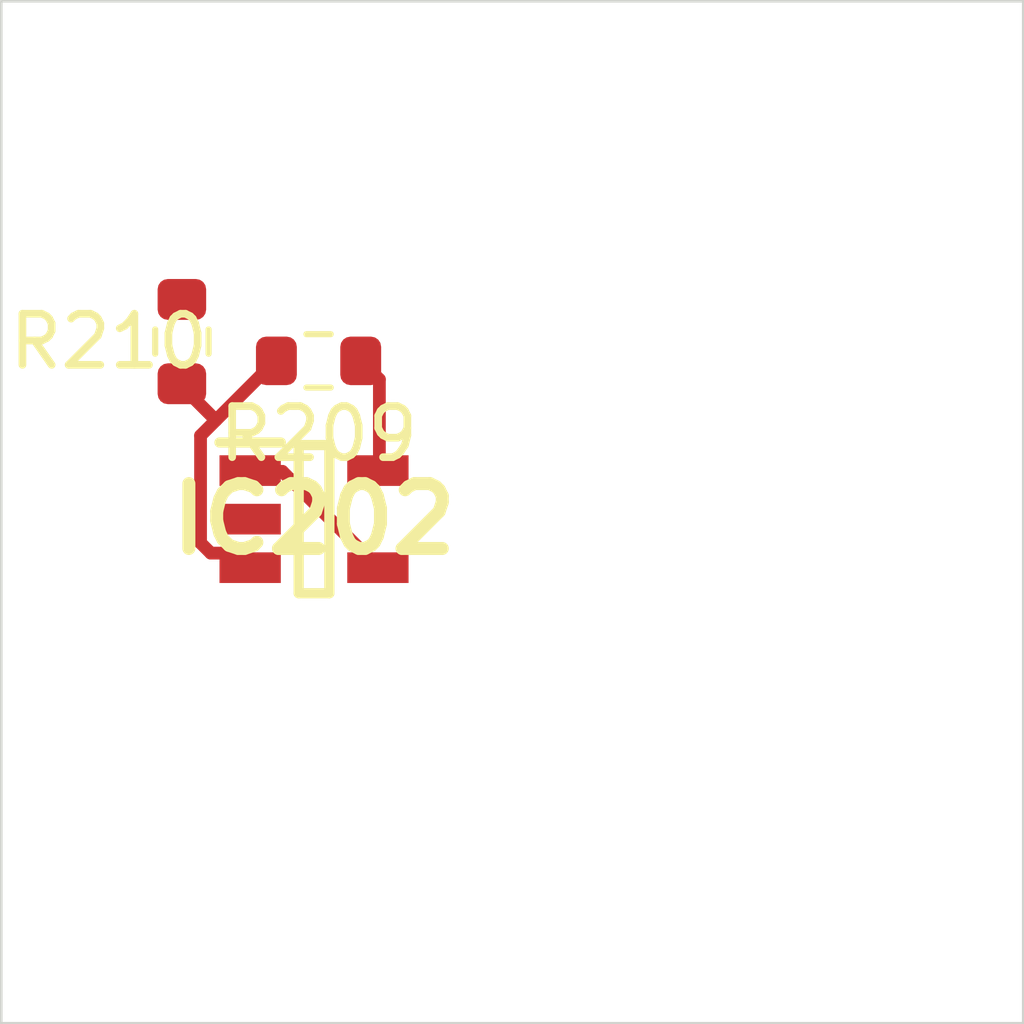
<source format=kicad_pcb>
 ( kicad_pcb  ( version 20171130 )
 ( host pcbnew 5.1.12-84ad8e8a86~92~ubuntu18.04.1 )
 ( general  ( thickness 1.6 )
 ( drawings 4 )
 ( tracks 0 )
 ( zones 0 )
 ( modules 3 )
 ( nets 5 )
)
 ( page A4 )
 ( layers  ( 0 F.Cu signal )
 ( 31 B.Cu signal )
 ( 32 B.Adhes user )
 ( 33 F.Adhes user )
 ( 34 B.Paste user )
 ( 35 F.Paste user )
 ( 36 B.SilkS user )
 ( 37 F.SilkS user )
 ( 38 B.Mask user )
 ( 39 F.Mask user )
 ( 40 Dwgs.User user )
 ( 41 Cmts.User user )
 ( 42 Eco1.User user )
 ( 43 Eco2.User user )
 ( 44 Edge.Cuts user )
 ( 45 Margin user )
 ( 46 B.CrtYd user )
 ( 47 F.CrtYd user )
 ( 48 B.Fab user )
 ( 49 F.Fab user )
)
 ( setup  ( last_trace_width 0.25 )
 ( trace_clearance 0.2 )
 ( zone_clearance 0.508 )
 ( zone_45_only no )
 ( trace_min 0.2 )
 ( via_size 0.8 )
 ( via_drill 0.4 )
 ( via_min_size 0.4 )
 ( via_min_drill 0.3 )
 ( uvia_size 0.3 )
 ( uvia_drill 0.1 )
 ( uvias_allowed no )
 ( uvia_min_size 0.2 )
 ( uvia_min_drill 0.1 )
 ( edge_width 0.05 )
 ( segment_width 0.2 )
 ( pcb_text_width 0.3 )
 ( pcb_text_size 1.5 1.5 )
 ( mod_edge_width 0.12 )
 ( mod_text_size 1 1 )
 ( mod_text_width 0.15 )
 ( pad_size 1.524 1.524 )
 ( pad_drill 0.762 )
 ( pad_to_mask_clearance 0 )
 ( aux_axis_origin 0 0 )
 ( visible_elements FFFFFF7F )
 ( pcbplotparams  ( layerselection 0x010fc_ffffffff )
 ( usegerberextensions false )
 ( usegerberattributes true )
 ( usegerberadvancedattributes true )
 ( creategerberjobfile true )
 ( excludeedgelayer true )
 ( linewidth 0.100000 )
 ( plotframeref false )
 ( viasonmask false )
 ( mode 1 )
 ( useauxorigin false )
 ( hpglpennumber 1 )
 ( hpglpenspeed 20 )
 ( hpglpendiameter 15.000000 )
 ( psnegative false )
 ( psa4output false )
 ( plotreference true )
 ( plotvalue true )
 ( plotinvisibletext false )
 ( padsonsilk false )
 ( subtractmaskfromsilk false )
 ( outputformat 1 )
 ( mirror false )
 ( drillshape 1 )
 ( scaleselection 1 )
 ( outputdirectory "" )
)
)
 ( net 0 "" )
 ( net 1 GND )
 ( net 2 VDDA )
 ( net 3 /Sheet6235D886/vp )
 ( net 4 "Net-(IC202-Pad3)" )
 ( net_class Default "This is the default net class."  ( clearance 0.2 )
 ( trace_width 0.25 )
 ( via_dia 0.8 )
 ( via_drill 0.4 )
 ( uvia_dia 0.3 )
 ( uvia_drill 0.1 )
 ( add_net /Sheet6235D886/vp )
 ( add_net GND )
 ( add_net "Net-(IC202-Pad3)" )
 ( add_net VDDA )
)
 ( module SOT95P280X145-5N locked  ( layer F.Cu )
 ( tedit 62336ED7 )
 ( tstamp 623423ED )
 ( at 86.120900 110.135000 )
 ( descr DBV0005A )
 ( tags "Integrated Circuit" )
 ( path /6235D887/6266C08E )
 ( attr smd )
 ( fp_text reference IC202  ( at 0 0 )
 ( layer F.SilkS )
 ( effects  ( font  ( size 1.27 1.27 )
 ( thickness 0.254 )
)
)
)
 ( fp_text value TL071HIDBVR  ( at 0 0 )
 ( layer F.SilkS )
hide  ( effects  ( font  ( size 1.27 1.27 )
 ( thickness 0.254 )
)
)
)
 ( fp_line  ( start -1.85 -1.5 )
 ( end -0.65 -1.5 )
 ( layer F.SilkS )
 ( width 0.2 )
)
 ( fp_line  ( start -0.3 1.45 )
 ( end -0.3 -1.45 )
 ( layer F.SilkS )
 ( width 0.2 )
)
 ( fp_line  ( start 0.3 1.45 )
 ( end -0.3 1.45 )
 ( layer F.SilkS )
 ( width 0.2 )
)
 ( fp_line  ( start 0.3 -1.45 )
 ( end 0.3 1.45 )
 ( layer F.SilkS )
 ( width 0.2 )
)
 ( fp_line  ( start -0.3 -1.45 )
 ( end 0.3 -1.45 )
 ( layer F.SilkS )
 ( width 0.2 )
)
 ( fp_line  ( start -0.8 -0.5 )
 ( end 0.15 -1.45 )
 ( layer Dwgs.User )
 ( width 0.1 )
)
 ( fp_line  ( start -0.8 1.45 )
 ( end -0.8 -1.45 )
 ( layer Dwgs.User )
 ( width 0.1 )
)
 ( fp_line  ( start 0.8 1.45 )
 ( end -0.8 1.45 )
 ( layer Dwgs.User )
 ( width 0.1 )
)
 ( fp_line  ( start 0.8 -1.45 )
 ( end 0.8 1.45 )
 ( layer Dwgs.User )
 ( width 0.1 )
)
 ( fp_line  ( start -0.8 -1.45 )
 ( end 0.8 -1.45 )
 ( layer Dwgs.User )
 ( width 0.1 )
)
 ( fp_line  ( start -2.1 1.775 )
 ( end -2.1 -1.775 )
 ( layer Dwgs.User )
 ( width 0.05 )
)
 ( fp_line  ( start 2.1 1.775 )
 ( end -2.1 1.775 )
 ( layer Dwgs.User )
 ( width 0.05 )
)
 ( fp_line  ( start 2.1 -1.775 )
 ( end 2.1 1.775 )
 ( layer Dwgs.User )
 ( width 0.05 )
)
 ( fp_line  ( start -2.1 -1.775 )
 ( end 2.1 -1.775 )
 ( layer Dwgs.User )
 ( width 0.05 )
)
 ( pad 1 smd rect  ( at -1.25 -0.95 90.000000 )
 ( size 0.6 1.2 )
 ( layers F.Cu F.Mask F.Paste )
 ( net 3 /Sheet6235D886/vp )
)
 ( pad 2 smd rect  ( at -1.25 0 90.000000 )
 ( size 0.6 1.2 )
 ( layers F.Cu F.Mask F.Paste )
 ( net 1 GND )
)
 ( pad 3 smd rect  ( at -1.25 0.95 90.000000 )
 ( size 0.6 1.2 )
 ( layers F.Cu F.Mask F.Paste )
 ( net 4 "Net-(IC202-Pad3)" )
)
 ( pad 4 smd rect  ( at 1.25 0.95 90.000000 )
 ( size 0.6 1.2 )
 ( layers F.Cu F.Mask F.Paste )
 ( net 3 /Sheet6235D886/vp )
)
 ( pad 5 smd rect  ( at 1.25 -0.95 90.000000 )
 ( size 0.6 1.2 )
 ( layers F.Cu F.Mask F.Paste )
 ( net 2 VDDA )
)
)
 ( module Resistor_SMD:R_0603_1608Metric  ( layer F.Cu )
 ( tedit 5F68FEEE )
 ( tstamp 62342595 )
 ( at 86.209512 107.037381 180.000000 )
 ( descr "Resistor SMD 0603 (1608 Metric), square (rectangular) end terminal, IPC_7351 nominal, (Body size source: IPC-SM-782 page 72, https://www.pcb-3d.com/wordpress/wp-content/uploads/ipc-sm-782a_amendment_1_and_2.pdf), generated with kicad-footprint-generator" )
 ( tags resistor )
 ( path /6235D887/623CDBD9 )
 ( attr smd )
 ( fp_text reference R209  ( at 0 -1.43 )
 ( layer F.SilkS )
 ( effects  ( font  ( size 1 1 )
 ( thickness 0.15 )
)
)
)
 ( fp_text value 100k  ( at 0 1.43 )
 ( layer F.Fab )
 ( effects  ( font  ( size 1 1 )
 ( thickness 0.15 )
)
)
)
 ( fp_line  ( start -0.8 0.4125 )
 ( end -0.8 -0.4125 )
 ( layer F.Fab )
 ( width 0.1 )
)
 ( fp_line  ( start -0.8 -0.4125 )
 ( end 0.8 -0.4125 )
 ( layer F.Fab )
 ( width 0.1 )
)
 ( fp_line  ( start 0.8 -0.4125 )
 ( end 0.8 0.4125 )
 ( layer F.Fab )
 ( width 0.1 )
)
 ( fp_line  ( start 0.8 0.4125 )
 ( end -0.8 0.4125 )
 ( layer F.Fab )
 ( width 0.1 )
)
 ( fp_line  ( start -0.237258 -0.5225 )
 ( end 0.237258 -0.5225 )
 ( layer F.SilkS )
 ( width 0.12 )
)
 ( fp_line  ( start -0.237258 0.5225 )
 ( end 0.237258 0.5225 )
 ( layer F.SilkS )
 ( width 0.12 )
)
 ( fp_line  ( start -1.48 0.73 )
 ( end -1.48 -0.73 )
 ( layer F.CrtYd )
 ( width 0.05 )
)
 ( fp_line  ( start -1.48 -0.73 )
 ( end 1.48 -0.73 )
 ( layer F.CrtYd )
 ( width 0.05 )
)
 ( fp_line  ( start 1.48 -0.73 )
 ( end 1.48 0.73 )
 ( layer F.CrtYd )
 ( width 0.05 )
)
 ( fp_line  ( start 1.48 0.73 )
 ( end -1.48 0.73 )
 ( layer F.CrtYd )
 ( width 0.05 )
)
 ( fp_text user %R  ( at 0 0 )
 ( layer F.Fab )
 ( effects  ( font  ( size 0.4 0.4 )
 ( thickness 0.06 )
)
)
)
 ( pad 1 smd roundrect  ( at -0.825 0 180.000000 )
 ( size 0.8 0.95 )
 ( layers F.Cu F.Mask F.Paste )
 ( roundrect_rratio 0.25 )
 ( net 2 VDDA )
)
 ( pad 2 smd roundrect  ( at 0.825 0 180.000000 )
 ( size 0.8 0.95 )
 ( layers F.Cu F.Mask F.Paste )
 ( roundrect_rratio 0.25 )
 ( net 4 "Net-(IC202-Pad3)" )
)
 ( model ${KISYS3DMOD}/Resistor_SMD.3dshapes/R_0603_1608Metric.wrl  ( at  ( xyz 0 0 0 )
)
 ( scale  ( xyz 1 1 1 )
)
 ( rotate  ( xyz 0 0 0 )
)
)
)
 ( module Resistor_SMD:R_0603_1608Metric  ( layer F.Cu )
 ( tedit 5F68FEEE )
 ( tstamp 623425A6 )
 ( at 83.534629 106.660107 90.000000 )
 ( descr "Resistor SMD 0603 (1608 Metric), square (rectangular) end terminal, IPC_7351 nominal, (Body size source: IPC-SM-782 page 72, https://www.pcb-3d.com/wordpress/wp-content/uploads/ipc-sm-782a_amendment_1_and_2.pdf), generated with kicad-footprint-generator" )
 ( tags resistor )
 ( path /6235D887/623CDBDF )
 ( attr smd )
 ( fp_text reference R210  ( at 0 -1.43 )
 ( layer F.SilkS )
 ( effects  ( font  ( size 1 1 )
 ( thickness 0.15 )
)
)
)
 ( fp_text value 100k  ( at 0 1.43 )
 ( layer F.Fab )
 ( effects  ( font  ( size 1 1 )
 ( thickness 0.15 )
)
)
)
 ( fp_line  ( start 1.48 0.73 )
 ( end -1.48 0.73 )
 ( layer F.CrtYd )
 ( width 0.05 )
)
 ( fp_line  ( start 1.48 -0.73 )
 ( end 1.48 0.73 )
 ( layer F.CrtYd )
 ( width 0.05 )
)
 ( fp_line  ( start -1.48 -0.73 )
 ( end 1.48 -0.73 )
 ( layer F.CrtYd )
 ( width 0.05 )
)
 ( fp_line  ( start -1.48 0.73 )
 ( end -1.48 -0.73 )
 ( layer F.CrtYd )
 ( width 0.05 )
)
 ( fp_line  ( start -0.237258 0.5225 )
 ( end 0.237258 0.5225 )
 ( layer F.SilkS )
 ( width 0.12 )
)
 ( fp_line  ( start -0.237258 -0.5225 )
 ( end 0.237258 -0.5225 )
 ( layer F.SilkS )
 ( width 0.12 )
)
 ( fp_line  ( start 0.8 0.4125 )
 ( end -0.8 0.4125 )
 ( layer F.Fab )
 ( width 0.1 )
)
 ( fp_line  ( start 0.8 -0.4125 )
 ( end 0.8 0.4125 )
 ( layer F.Fab )
 ( width 0.1 )
)
 ( fp_line  ( start -0.8 -0.4125 )
 ( end 0.8 -0.4125 )
 ( layer F.Fab )
 ( width 0.1 )
)
 ( fp_line  ( start -0.8 0.4125 )
 ( end -0.8 -0.4125 )
 ( layer F.Fab )
 ( width 0.1 )
)
 ( fp_text user %R  ( at 0 0 )
 ( layer F.Fab )
 ( effects  ( font  ( size 0.4 0.4 )
 ( thickness 0.06 )
)
)
)
 ( pad 2 smd roundrect  ( at 0.825 0 90.000000 )
 ( size 0.8 0.95 )
 ( layers F.Cu F.Mask F.Paste )
 ( roundrect_rratio 0.25 )
 ( net 1 GND )
)
 ( pad 1 smd roundrect  ( at -0.825 0 90.000000 )
 ( size 0.8 0.95 )
 ( layers F.Cu F.Mask F.Paste )
 ( roundrect_rratio 0.25 )
 ( net 4 "Net-(IC202-Pad3)" )
)
 ( model ${KISYS3DMOD}/Resistor_SMD.3dshapes/R_0603_1608Metric.wrl  ( at  ( xyz 0 0 0 )
)
 ( scale  ( xyz 1 1 1 )
)
 ( rotate  ( xyz 0 0 0 )
)
)
)
 ( gr_line  ( start 100 100 )
 ( end 100 120 )
 ( layer Edge.Cuts )
 ( width 0.05 )
 ( tstamp 62E770C4 )
)
 ( gr_line  ( start 80 120 )
 ( end 100 120 )
 ( layer Edge.Cuts )
 ( width 0.05 )
 ( tstamp 62E770C0 )
)
 ( gr_line  ( start 80 100 )
 ( end 100 100 )
 ( layer Edge.Cuts )
 ( width 0.05 )
 ( tstamp 6234110C )
)
 ( gr_line  ( start 80 100 )
 ( end 80 120 )
 ( layer Edge.Cuts )
 ( width 0.05 )
)
 ( segment  ( start 87.000001 107.000002 )
 ( end 87.400001 107.400002 )
 ( width 0.250000 )
 ( layer F.Cu )
 ( net 2 )
)
 ( segment  ( start 87.400001 107.400002 )
 ( end 87.400001 109.200002 )
 ( width 0.250000 )
 ( layer F.Cu )
 ( net 2 )
)
 ( segment  ( start 87.400001 111.100002 )
 ( end 85.500001 109.200002 )
 ( width 0.250000 )
 ( layer F.Cu )
 ( net 3 )
)
 ( segment  ( start 85.500001 109.200002 )
 ( end 84.900001 109.200002 )
 ( width 0.250000 )
 ( layer F.Cu )
 ( net 3 )
)
 ( segment  ( start 85.400001 107.000002 )
 ( end 83.900001 108.500002 )
 ( width 0.250000 )
 ( layer F.Cu )
 ( net 4 )
)
 ( segment  ( start 83.900001 108.500002 )
 ( end 83.900001 110.600002 )
 ( width 0.250000 )
 ( layer F.Cu )
 ( net 4 )
)
 ( segment  ( start 83.900001 110.600002 )
 ( end 84.100001 110.800002 )
 ( width 0.250000 )
 ( layer F.Cu )
 ( net 4 )
)
 ( segment  ( start 84.100001 110.800002 )
 ( end 84.600001 110.800002 )
 ( width 0.250000 )
 ( layer F.Cu )
 ( net 4 )
)
 ( segment  ( start 84.600001 110.800002 )
 ( end 84.900001 111.100002 )
 ( width 0.250000 )
 ( layer F.Cu )
 ( net 4 )
)
 ( segment  ( start 83.500001 107.500002 )
 ( end 84.200001 108.200002 )
 ( width 0.250000 )
 ( layer F.Cu )
 ( net 4 )
)
)

</source>
